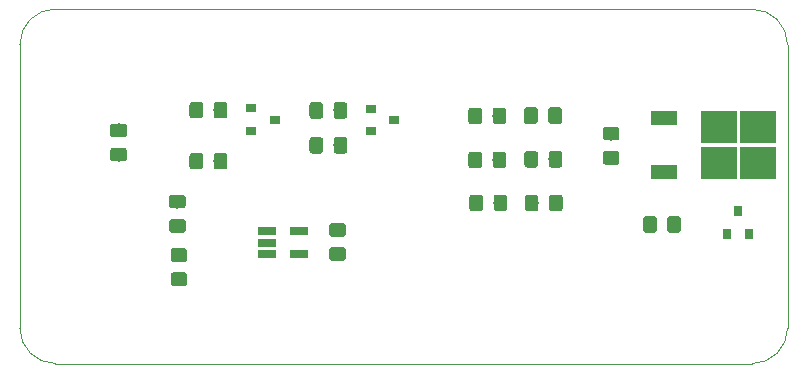
<source format=gbr>
G04 #@! TF.GenerationSoftware,KiCad,Pcbnew,(5.1.4)-1*
G04 #@! TF.CreationDate,2021-07-13T12:31:04-04:00*
G04 #@! TF.ProjectId,RocketPi,526f636b-6574-4506-992e-6b696361645f,rev?*
G04 #@! TF.SameCoordinates,Original*
G04 #@! TF.FileFunction,Paste,Top*
G04 #@! TF.FilePolarity,Positive*
%FSLAX46Y46*%
G04 Gerber Fmt 4.6, Leading zero omitted, Abs format (unit mm)*
G04 Created by KiCad (PCBNEW (5.1.4)-1) date 2021-07-13 12:31:04*
%MOMM*%
%LPD*%
G04 APERTURE LIST*
%ADD10C,0.100000*%
%ADD11C,1.150000*%
%ADD12R,1.560000X0.650000*%
%ADD13R,0.900000X0.800000*%
%ADD14R,3.050000X2.750000*%
%ADD15R,2.200000X1.200000*%
%ADD16R,0.800000X0.900000*%
G04 APERTURE END LIST*
D10*
X68046600Y-42164000D02*
G75*
G03X65049400Y-45161200I0J-2997200D01*
G01*
X127052600Y-72178400D02*
G75*
G03X130052600Y-69178400I0J3000000D01*
G01*
X130052600Y-45178400D02*
G75*
G03X127052600Y-42178400I-3000000J0D01*
G01*
X65052600Y-69178400D02*
G75*
G03X68052600Y-72178400I3000000J0D01*
G01*
X68046600Y-42164000D02*
X127052600Y-42178400D01*
X65049400Y-45161200D02*
X65052600Y-69178400D01*
X68052600Y-72178400D02*
X127052600Y-72178400D01*
X130052600Y-45178400D02*
X130052600Y-69178400D01*
G36*
X108728105Y-57886604D02*
G01*
X108752373Y-57890204D01*
X108776172Y-57896165D01*
X108799271Y-57904430D01*
X108821450Y-57914920D01*
X108842493Y-57927532D01*
X108862199Y-57942147D01*
X108880377Y-57958623D01*
X108896853Y-57976801D01*
X108911468Y-57996507D01*
X108924080Y-58017550D01*
X108934570Y-58039729D01*
X108942835Y-58062828D01*
X108948796Y-58086627D01*
X108952396Y-58110895D01*
X108953600Y-58135399D01*
X108953600Y-59035401D01*
X108952396Y-59059905D01*
X108948796Y-59084173D01*
X108942835Y-59107972D01*
X108934570Y-59131071D01*
X108924080Y-59153250D01*
X108911468Y-59174293D01*
X108896853Y-59193999D01*
X108880377Y-59212177D01*
X108862199Y-59228653D01*
X108842493Y-59243268D01*
X108821450Y-59255880D01*
X108799271Y-59266370D01*
X108776172Y-59274635D01*
X108752373Y-59280596D01*
X108728105Y-59284196D01*
X108703601Y-59285400D01*
X108053599Y-59285400D01*
X108029095Y-59284196D01*
X108004827Y-59280596D01*
X107981028Y-59274635D01*
X107957929Y-59266370D01*
X107935750Y-59255880D01*
X107914707Y-59243268D01*
X107895001Y-59228653D01*
X107876823Y-59212177D01*
X107860347Y-59193999D01*
X107845732Y-59174293D01*
X107833120Y-59153250D01*
X107822630Y-59131071D01*
X107814365Y-59107972D01*
X107808404Y-59084173D01*
X107804804Y-59059905D01*
X107803600Y-59035401D01*
X107803600Y-58135399D01*
X107804804Y-58110895D01*
X107808404Y-58086627D01*
X107814365Y-58062828D01*
X107822630Y-58039729D01*
X107833120Y-58017550D01*
X107845732Y-57996507D01*
X107860347Y-57976801D01*
X107876823Y-57958623D01*
X107895001Y-57942147D01*
X107914707Y-57927532D01*
X107935750Y-57914920D01*
X107957929Y-57904430D01*
X107981028Y-57896165D01*
X108004827Y-57890204D01*
X108029095Y-57886604D01*
X108053599Y-57885400D01*
X108703601Y-57885400D01*
X108728105Y-57886604D01*
X108728105Y-57886604D01*
G37*
D11*
X108378600Y-58585400D03*
D10*
G36*
X110778105Y-57886604D02*
G01*
X110802373Y-57890204D01*
X110826172Y-57896165D01*
X110849271Y-57904430D01*
X110871450Y-57914920D01*
X110892493Y-57927532D01*
X110912199Y-57942147D01*
X110930377Y-57958623D01*
X110946853Y-57976801D01*
X110961468Y-57996507D01*
X110974080Y-58017550D01*
X110984570Y-58039729D01*
X110992835Y-58062828D01*
X110998796Y-58086627D01*
X111002396Y-58110895D01*
X111003600Y-58135399D01*
X111003600Y-59035401D01*
X111002396Y-59059905D01*
X110998796Y-59084173D01*
X110992835Y-59107972D01*
X110984570Y-59131071D01*
X110974080Y-59153250D01*
X110961468Y-59174293D01*
X110946853Y-59193999D01*
X110930377Y-59212177D01*
X110912199Y-59228653D01*
X110892493Y-59243268D01*
X110871450Y-59255880D01*
X110849271Y-59266370D01*
X110826172Y-59274635D01*
X110802373Y-59280596D01*
X110778105Y-59284196D01*
X110753601Y-59285400D01*
X110103599Y-59285400D01*
X110079095Y-59284196D01*
X110054827Y-59280596D01*
X110031028Y-59274635D01*
X110007929Y-59266370D01*
X109985750Y-59255880D01*
X109964707Y-59243268D01*
X109945001Y-59228653D01*
X109926823Y-59212177D01*
X109910347Y-59193999D01*
X109895732Y-59174293D01*
X109883120Y-59153250D01*
X109872630Y-59131071D01*
X109864365Y-59107972D01*
X109858404Y-59084173D01*
X109854804Y-59059905D01*
X109853600Y-59035401D01*
X109853600Y-58135399D01*
X109854804Y-58110895D01*
X109858404Y-58086627D01*
X109864365Y-58062828D01*
X109872630Y-58039729D01*
X109883120Y-58017550D01*
X109895732Y-57996507D01*
X109910347Y-57976801D01*
X109926823Y-57958623D01*
X109945001Y-57942147D01*
X109964707Y-57927532D01*
X109985750Y-57914920D01*
X110007929Y-57904430D01*
X110031028Y-57896165D01*
X110054827Y-57890204D01*
X110079095Y-57886604D01*
X110103599Y-57885400D01*
X110753601Y-57885400D01*
X110778105Y-57886604D01*
X110778105Y-57886604D01*
G37*
D11*
X110428600Y-58585400D03*
D10*
G36*
X105997105Y-50507604D02*
G01*
X106021373Y-50511204D01*
X106045172Y-50517165D01*
X106068271Y-50525430D01*
X106090450Y-50535920D01*
X106111493Y-50548532D01*
X106131199Y-50563147D01*
X106149377Y-50579623D01*
X106165853Y-50597801D01*
X106180468Y-50617507D01*
X106193080Y-50638550D01*
X106203570Y-50660729D01*
X106211835Y-50683828D01*
X106217796Y-50707627D01*
X106221396Y-50731895D01*
X106222600Y-50756399D01*
X106222600Y-51656401D01*
X106221396Y-51680905D01*
X106217796Y-51705173D01*
X106211835Y-51728972D01*
X106203570Y-51752071D01*
X106193080Y-51774250D01*
X106180468Y-51795293D01*
X106165853Y-51814999D01*
X106149377Y-51833177D01*
X106131199Y-51849653D01*
X106111493Y-51864268D01*
X106090450Y-51876880D01*
X106068271Y-51887370D01*
X106045172Y-51895635D01*
X106021373Y-51901596D01*
X105997105Y-51905196D01*
X105972601Y-51906400D01*
X105322599Y-51906400D01*
X105298095Y-51905196D01*
X105273827Y-51901596D01*
X105250028Y-51895635D01*
X105226929Y-51887370D01*
X105204750Y-51876880D01*
X105183707Y-51864268D01*
X105164001Y-51849653D01*
X105145823Y-51833177D01*
X105129347Y-51814999D01*
X105114732Y-51795293D01*
X105102120Y-51774250D01*
X105091630Y-51752071D01*
X105083365Y-51728972D01*
X105077404Y-51705173D01*
X105073804Y-51680905D01*
X105072600Y-51656401D01*
X105072600Y-50756399D01*
X105073804Y-50731895D01*
X105077404Y-50707627D01*
X105083365Y-50683828D01*
X105091630Y-50660729D01*
X105102120Y-50638550D01*
X105114732Y-50617507D01*
X105129347Y-50597801D01*
X105145823Y-50579623D01*
X105164001Y-50563147D01*
X105183707Y-50548532D01*
X105204750Y-50535920D01*
X105226929Y-50525430D01*
X105250028Y-50517165D01*
X105273827Y-50511204D01*
X105298095Y-50507604D01*
X105322599Y-50506400D01*
X105972601Y-50506400D01*
X105997105Y-50507604D01*
X105997105Y-50507604D01*
G37*
D11*
X105647600Y-51206400D03*
D10*
G36*
X103947105Y-50507604D02*
G01*
X103971373Y-50511204D01*
X103995172Y-50517165D01*
X104018271Y-50525430D01*
X104040450Y-50535920D01*
X104061493Y-50548532D01*
X104081199Y-50563147D01*
X104099377Y-50579623D01*
X104115853Y-50597801D01*
X104130468Y-50617507D01*
X104143080Y-50638550D01*
X104153570Y-50660729D01*
X104161835Y-50683828D01*
X104167796Y-50707627D01*
X104171396Y-50731895D01*
X104172600Y-50756399D01*
X104172600Y-51656401D01*
X104171396Y-51680905D01*
X104167796Y-51705173D01*
X104161835Y-51728972D01*
X104153570Y-51752071D01*
X104143080Y-51774250D01*
X104130468Y-51795293D01*
X104115853Y-51814999D01*
X104099377Y-51833177D01*
X104081199Y-51849653D01*
X104061493Y-51864268D01*
X104040450Y-51876880D01*
X104018271Y-51887370D01*
X103995172Y-51895635D01*
X103971373Y-51901596D01*
X103947105Y-51905196D01*
X103922601Y-51906400D01*
X103272599Y-51906400D01*
X103248095Y-51905196D01*
X103223827Y-51901596D01*
X103200028Y-51895635D01*
X103176929Y-51887370D01*
X103154750Y-51876880D01*
X103133707Y-51864268D01*
X103114001Y-51849653D01*
X103095823Y-51833177D01*
X103079347Y-51814999D01*
X103064732Y-51795293D01*
X103052120Y-51774250D01*
X103041630Y-51752071D01*
X103033365Y-51728972D01*
X103027404Y-51705173D01*
X103023804Y-51680905D01*
X103022600Y-51656401D01*
X103022600Y-50756399D01*
X103023804Y-50731895D01*
X103027404Y-50707627D01*
X103033365Y-50683828D01*
X103041630Y-50660729D01*
X103052120Y-50638550D01*
X103064732Y-50617507D01*
X103079347Y-50597801D01*
X103095823Y-50579623D01*
X103114001Y-50563147D01*
X103133707Y-50548532D01*
X103154750Y-50535920D01*
X103176929Y-50525430D01*
X103200028Y-50517165D01*
X103223827Y-50511204D01*
X103248095Y-50507604D01*
X103272599Y-50506400D01*
X103922601Y-50506400D01*
X103947105Y-50507604D01*
X103947105Y-50507604D01*
G37*
D11*
X103597600Y-51206400D03*
D10*
G36*
X103951905Y-54235604D02*
G01*
X103976173Y-54239204D01*
X103999972Y-54245165D01*
X104023071Y-54253430D01*
X104045250Y-54263920D01*
X104066293Y-54276532D01*
X104085999Y-54291147D01*
X104104177Y-54307623D01*
X104120653Y-54325801D01*
X104135268Y-54345507D01*
X104147880Y-54366550D01*
X104158370Y-54388729D01*
X104166635Y-54411828D01*
X104172596Y-54435627D01*
X104176196Y-54459895D01*
X104177400Y-54484399D01*
X104177400Y-55384401D01*
X104176196Y-55408905D01*
X104172596Y-55433173D01*
X104166635Y-55456972D01*
X104158370Y-55480071D01*
X104147880Y-55502250D01*
X104135268Y-55523293D01*
X104120653Y-55542999D01*
X104104177Y-55561177D01*
X104085999Y-55577653D01*
X104066293Y-55592268D01*
X104045250Y-55604880D01*
X104023071Y-55615370D01*
X103999972Y-55623635D01*
X103976173Y-55629596D01*
X103951905Y-55633196D01*
X103927401Y-55634400D01*
X103277399Y-55634400D01*
X103252895Y-55633196D01*
X103228627Y-55629596D01*
X103204828Y-55623635D01*
X103181729Y-55615370D01*
X103159550Y-55604880D01*
X103138507Y-55592268D01*
X103118801Y-55577653D01*
X103100623Y-55561177D01*
X103084147Y-55542999D01*
X103069532Y-55523293D01*
X103056920Y-55502250D01*
X103046430Y-55480071D01*
X103038165Y-55456972D01*
X103032204Y-55433173D01*
X103028604Y-55408905D01*
X103027400Y-55384401D01*
X103027400Y-54484399D01*
X103028604Y-54459895D01*
X103032204Y-54435627D01*
X103038165Y-54411828D01*
X103046430Y-54388729D01*
X103056920Y-54366550D01*
X103069532Y-54345507D01*
X103084147Y-54325801D01*
X103100623Y-54307623D01*
X103118801Y-54291147D01*
X103138507Y-54276532D01*
X103159550Y-54263920D01*
X103181729Y-54253430D01*
X103204828Y-54245165D01*
X103228627Y-54239204D01*
X103252895Y-54235604D01*
X103277399Y-54234400D01*
X103927401Y-54234400D01*
X103951905Y-54235604D01*
X103951905Y-54235604D01*
G37*
D11*
X103602400Y-54934400D03*
D10*
G36*
X106001905Y-54235604D02*
G01*
X106026173Y-54239204D01*
X106049972Y-54245165D01*
X106073071Y-54253430D01*
X106095250Y-54263920D01*
X106116293Y-54276532D01*
X106135999Y-54291147D01*
X106154177Y-54307623D01*
X106170653Y-54325801D01*
X106185268Y-54345507D01*
X106197880Y-54366550D01*
X106208370Y-54388729D01*
X106216635Y-54411828D01*
X106222596Y-54435627D01*
X106226196Y-54459895D01*
X106227400Y-54484399D01*
X106227400Y-55384401D01*
X106226196Y-55408905D01*
X106222596Y-55433173D01*
X106216635Y-55456972D01*
X106208370Y-55480071D01*
X106197880Y-55502250D01*
X106185268Y-55523293D01*
X106170653Y-55542999D01*
X106154177Y-55561177D01*
X106135999Y-55577653D01*
X106116293Y-55592268D01*
X106095250Y-55604880D01*
X106073071Y-55615370D01*
X106049972Y-55623635D01*
X106026173Y-55629596D01*
X106001905Y-55633196D01*
X105977401Y-55634400D01*
X105327399Y-55634400D01*
X105302895Y-55633196D01*
X105278627Y-55629596D01*
X105254828Y-55623635D01*
X105231729Y-55615370D01*
X105209550Y-55604880D01*
X105188507Y-55592268D01*
X105168801Y-55577653D01*
X105150623Y-55561177D01*
X105134147Y-55542999D01*
X105119532Y-55523293D01*
X105106920Y-55502250D01*
X105096430Y-55480071D01*
X105088165Y-55456972D01*
X105082204Y-55433173D01*
X105078604Y-55408905D01*
X105077400Y-55384401D01*
X105077400Y-54484399D01*
X105078604Y-54459895D01*
X105082204Y-54435627D01*
X105088165Y-54411828D01*
X105096430Y-54388729D01*
X105106920Y-54366550D01*
X105119532Y-54345507D01*
X105134147Y-54325801D01*
X105150623Y-54307623D01*
X105168801Y-54291147D01*
X105188507Y-54276532D01*
X105209550Y-54263920D01*
X105231729Y-54253430D01*
X105254828Y-54245165D01*
X105278627Y-54239204D01*
X105302895Y-54235604D01*
X105327399Y-54234400D01*
X105977401Y-54234400D01*
X106001905Y-54235604D01*
X106001905Y-54235604D01*
G37*
D11*
X105652400Y-54934400D03*
D10*
G36*
X108671505Y-50490204D02*
G01*
X108695773Y-50493804D01*
X108719572Y-50499765D01*
X108742671Y-50508030D01*
X108764850Y-50518520D01*
X108785893Y-50531132D01*
X108805599Y-50545747D01*
X108823777Y-50562223D01*
X108840253Y-50580401D01*
X108854868Y-50600107D01*
X108867480Y-50621150D01*
X108877970Y-50643329D01*
X108886235Y-50666428D01*
X108892196Y-50690227D01*
X108895796Y-50714495D01*
X108897000Y-50738999D01*
X108897000Y-51639001D01*
X108895796Y-51663505D01*
X108892196Y-51687773D01*
X108886235Y-51711572D01*
X108877970Y-51734671D01*
X108867480Y-51756850D01*
X108854868Y-51777893D01*
X108840253Y-51797599D01*
X108823777Y-51815777D01*
X108805599Y-51832253D01*
X108785893Y-51846868D01*
X108764850Y-51859480D01*
X108742671Y-51869970D01*
X108719572Y-51878235D01*
X108695773Y-51884196D01*
X108671505Y-51887796D01*
X108647001Y-51889000D01*
X107996999Y-51889000D01*
X107972495Y-51887796D01*
X107948227Y-51884196D01*
X107924428Y-51878235D01*
X107901329Y-51869970D01*
X107879150Y-51859480D01*
X107858107Y-51846868D01*
X107838401Y-51832253D01*
X107820223Y-51815777D01*
X107803747Y-51797599D01*
X107789132Y-51777893D01*
X107776520Y-51756850D01*
X107766030Y-51734671D01*
X107757765Y-51711572D01*
X107751804Y-51687773D01*
X107748204Y-51663505D01*
X107747000Y-51639001D01*
X107747000Y-50738999D01*
X107748204Y-50714495D01*
X107751804Y-50690227D01*
X107757765Y-50666428D01*
X107766030Y-50643329D01*
X107776520Y-50621150D01*
X107789132Y-50600107D01*
X107803747Y-50580401D01*
X107820223Y-50562223D01*
X107838401Y-50545747D01*
X107858107Y-50531132D01*
X107879150Y-50518520D01*
X107901329Y-50508030D01*
X107924428Y-50499765D01*
X107948227Y-50493804D01*
X107972495Y-50490204D01*
X107996999Y-50489000D01*
X108647001Y-50489000D01*
X108671505Y-50490204D01*
X108671505Y-50490204D01*
G37*
D11*
X108322000Y-51189000D03*
D10*
G36*
X110721505Y-50490204D02*
G01*
X110745773Y-50493804D01*
X110769572Y-50499765D01*
X110792671Y-50508030D01*
X110814850Y-50518520D01*
X110835893Y-50531132D01*
X110855599Y-50545747D01*
X110873777Y-50562223D01*
X110890253Y-50580401D01*
X110904868Y-50600107D01*
X110917480Y-50621150D01*
X110927970Y-50643329D01*
X110936235Y-50666428D01*
X110942196Y-50690227D01*
X110945796Y-50714495D01*
X110947000Y-50738999D01*
X110947000Y-51639001D01*
X110945796Y-51663505D01*
X110942196Y-51687773D01*
X110936235Y-51711572D01*
X110927970Y-51734671D01*
X110917480Y-51756850D01*
X110904868Y-51777893D01*
X110890253Y-51797599D01*
X110873777Y-51815777D01*
X110855599Y-51832253D01*
X110835893Y-51846868D01*
X110814850Y-51859480D01*
X110792671Y-51869970D01*
X110769572Y-51878235D01*
X110745773Y-51884196D01*
X110721505Y-51887796D01*
X110697001Y-51889000D01*
X110046999Y-51889000D01*
X110022495Y-51887796D01*
X109998227Y-51884196D01*
X109974428Y-51878235D01*
X109951329Y-51869970D01*
X109929150Y-51859480D01*
X109908107Y-51846868D01*
X109888401Y-51832253D01*
X109870223Y-51815777D01*
X109853747Y-51797599D01*
X109839132Y-51777893D01*
X109826520Y-51756850D01*
X109816030Y-51734671D01*
X109807765Y-51711572D01*
X109801804Y-51687773D01*
X109798204Y-51663505D01*
X109797000Y-51639001D01*
X109797000Y-50738999D01*
X109798204Y-50714495D01*
X109801804Y-50690227D01*
X109807765Y-50666428D01*
X109816030Y-50643329D01*
X109826520Y-50621150D01*
X109839132Y-50600107D01*
X109853747Y-50580401D01*
X109870223Y-50562223D01*
X109888401Y-50545747D01*
X109908107Y-50531132D01*
X109929150Y-50518520D01*
X109951329Y-50508030D01*
X109974428Y-50499765D01*
X109998227Y-50493804D01*
X110022495Y-50490204D01*
X110046999Y-50489000D01*
X110697001Y-50489000D01*
X110721505Y-50490204D01*
X110721505Y-50490204D01*
G37*
D11*
X110372000Y-51189000D03*
D10*
G36*
X108696905Y-54190604D02*
G01*
X108721173Y-54194204D01*
X108744972Y-54200165D01*
X108768071Y-54208430D01*
X108790250Y-54218920D01*
X108811293Y-54231532D01*
X108830999Y-54246147D01*
X108849177Y-54262623D01*
X108865653Y-54280801D01*
X108880268Y-54300507D01*
X108892880Y-54321550D01*
X108903370Y-54343729D01*
X108911635Y-54366828D01*
X108917596Y-54390627D01*
X108921196Y-54414895D01*
X108922400Y-54439399D01*
X108922400Y-55339401D01*
X108921196Y-55363905D01*
X108917596Y-55388173D01*
X108911635Y-55411972D01*
X108903370Y-55435071D01*
X108892880Y-55457250D01*
X108880268Y-55478293D01*
X108865653Y-55497999D01*
X108849177Y-55516177D01*
X108830999Y-55532653D01*
X108811293Y-55547268D01*
X108790250Y-55559880D01*
X108768071Y-55570370D01*
X108744972Y-55578635D01*
X108721173Y-55584596D01*
X108696905Y-55588196D01*
X108672401Y-55589400D01*
X108022399Y-55589400D01*
X107997895Y-55588196D01*
X107973627Y-55584596D01*
X107949828Y-55578635D01*
X107926729Y-55570370D01*
X107904550Y-55559880D01*
X107883507Y-55547268D01*
X107863801Y-55532653D01*
X107845623Y-55516177D01*
X107829147Y-55497999D01*
X107814532Y-55478293D01*
X107801920Y-55457250D01*
X107791430Y-55435071D01*
X107783165Y-55411972D01*
X107777204Y-55388173D01*
X107773604Y-55363905D01*
X107772400Y-55339401D01*
X107772400Y-54439399D01*
X107773604Y-54414895D01*
X107777204Y-54390627D01*
X107783165Y-54366828D01*
X107791430Y-54343729D01*
X107801920Y-54321550D01*
X107814532Y-54300507D01*
X107829147Y-54280801D01*
X107845623Y-54262623D01*
X107863801Y-54246147D01*
X107883507Y-54231532D01*
X107904550Y-54218920D01*
X107926729Y-54208430D01*
X107949828Y-54200165D01*
X107973627Y-54194204D01*
X107997895Y-54190604D01*
X108022399Y-54189400D01*
X108672401Y-54189400D01*
X108696905Y-54190604D01*
X108696905Y-54190604D01*
G37*
D11*
X108347400Y-54889400D03*
D10*
G36*
X110746905Y-54190604D02*
G01*
X110771173Y-54194204D01*
X110794972Y-54200165D01*
X110818071Y-54208430D01*
X110840250Y-54218920D01*
X110861293Y-54231532D01*
X110880999Y-54246147D01*
X110899177Y-54262623D01*
X110915653Y-54280801D01*
X110930268Y-54300507D01*
X110942880Y-54321550D01*
X110953370Y-54343729D01*
X110961635Y-54366828D01*
X110967596Y-54390627D01*
X110971196Y-54414895D01*
X110972400Y-54439399D01*
X110972400Y-55339401D01*
X110971196Y-55363905D01*
X110967596Y-55388173D01*
X110961635Y-55411972D01*
X110953370Y-55435071D01*
X110942880Y-55457250D01*
X110930268Y-55478293D01*
X110915653Y-55497999D01*
X110899177Y-55516177D01*
X110880999Y-55532653D01*
X110861293Y-55547268D01*
X110840250Y-55559880D01*
X110818071Y-55570370D01*
X110794972Y-55578635D01*
X110771173Y-55584596D01*
X110746905Y-55588196D01*
X110722401Y-55589400D01*
X110072399Y-55589400D01*
X110047895Y-55588196D01*
X110023627Y-55584596D01*
X109999828Y-55578635D01*
X109976729Y-55570370D01*
X109954550Y-55559880D01*
X109933507Y-55547268D01*
X109913801Y-55532653D01*
X109895623Y-55516177D01*
X109879147Y-55497999D01*
X109864532Y-55478293D01*
X109851920Y-55457250D01*
X109841430Y-55435071D01*
X109833165Y-55411972D01*
X109827204Y-55388173D01*
X109823604Y-55363905D01*
X109822400Y-55339401D01*
X109822400Y-54439399D01*
X109823604Y-54414895D01*
X109827204Y-54390627D01*
X109833165Y-54366828D01*
X109841430Y-54343729D01*
X109851920Y-54321550D01*
X109864532Y-54300507D01*
X109879147Y-54280801D01*
X109895623Y-54262623D01*
X109913801Y-54246147D01*
X109933507Y-54231532D01*
X109954550Y-54218920D01*
X109976729Y-54208430D01*
X109999828Y-54200165D01*
X110023627Y-54194204D01*
X110047895Y-54190604D01*
X110072399Y-54189400D01*
X110722401Y-54189400D01*
X110746905Y-54190604D01*
X110746905Y-54190604D01*
G37*
D11*
X110397400Y-54889400D03*
D12*
X88675200Y-61000600D03*
X88675200Y-62900600D03*
X85975200Y-62900600D03*
X85975200Y-61950600D03*
X85975200Y-61000600D03*
D10*
G36*
X82388705Y-54343004D02*
G01*
X82412973Y-54346604D01*
X82436772Y-54352565D01*
X82459871Y-54360830D01*
X82482050Y-54371320D01*
X82503093Y-54383932D01*
X82522799Y-54398547D01*
X82540977Y-54415023D01*
X82557453Y-54433201D01*
X82572068Y-54452907D01*
X82584680Y-54473950D01*
X82595170Y-54496129D01*
X82603435Y-54519228D01*
X82609396Y-54543027D01*
X82612996Y-54567295D01*
X82614200Y-54591799D01*
X82614200Y-55491801D01*
X82612996Y-55516305D01*
X82609396Y-55540573D01*
X82603435Y-55564372D01*
X82595170Y-55587471D01*
X82584680Y-55609650D01*
X82572068Y-55630693D01*
X82557453Y-55650399D01*
X82540977Y-55668577D01*
X82522799Y-55685053D01*
X82503093Y-55699668D01*
X82482050Y-55712280D01*
X82459871Y-55722770D01*
X82436772Y-55731035D01*
X82412973Y-55736996D01*
X82388705Y-55740596D01*
X82364201Y-55741800D01*
X81714199Y-55741800D01*
X81689695Y-55740596D01*
X81665427Y-55736996D01*
X81641628Y-55731035D01*
X81618529Y-55722770D01*
X81596350Y-55712280D01*
X81575307Y-55699668D01*
X81555601Y-55685053D01*
X81537423Y-55668577D01*
X81520947Y-55650399D01*
X81506332Y-55630693D01*
X81493720Y-55609650D01*
X81483230Y-55587471D01*
X81474965Y-55564372D01*
X81469004Y-55540573D01*
X81465404Y-55516305D01*
X81464200Y-55491801D01*
X81464200Y-54591799D01*
X81465404Y-54567295D01*
X81469004Y-54543027D01*
X81474965Y-54519228D01*
X81483230Y-54496129D01*
X81493720Y-54473950D01*
X81506332Y-54452907D01*
X81520947Y-54433201D01*
X81537423Y-54415023D01*
X81555601Y-54398547D01*
X81575307Y-54383932D01*
X81596350Y-54371320D01*
X81618529Y-54360830D01*
X81641628Y-54352565D01*
X81665427Y-54346604D01*
X81689695Y-54343004D01*
X81714199Y-54341800D01*
X82364201Y-54341800D01*
X82388705Y-54343004D01*
X82388705Y-54343004D01*
G37*
D11*
X82039200Y-55041800D03*
D10*
G36*
X80338705Y-54343004D02*
G01*
X80362973Y-54346604D01*
X80386772Y-54352565D01*
X80409871Y-54360830D01*
X80432050Y-54371320D01*
X80453093Y-54383932D01*
X80472799Y-54398547D01*
X80490977Y-54415023D01*
X80507453Y-54433201D01*
X80522068Y-54452907D01*
X80534680Y-54473950D01*
X80545170Y-54496129D01*
X80553435Y-54519228D01*
X80559396Y-54543027D01*
X80562996Y-54567295D01*
X80564200Y-54591799D01*
X80564200Y-55491801D01*
X80562996Y-55516305D01*
X80559396Y-55540573D01*
X80553435Y-55564372D01*
X80545170Y-55587471D01*
X80534680Y-55609650D01*
X80522068Y-55630693D01*
X80507453Y-55650399D01*
X80490977Y-55668577D01*
X80472799Y-55685053D01*
X80453093Y-55699668D01*
X80432050Y-55712280D01*
X80409871Y-55722770D01*
X80386772Y-55731035D01*
X80362973Y-55736996D01*
X80338705Y-55740596D01*
X80314201Y-55741800D01*
X79664199Y-55741800D01*
X79639695Y-55740596D01*
X79615427Y-55736996D01*
X79591628Y-55731035D01*
X79568529Y-55722770D01*
X79546350Y-55712280D01*
X79525307Y-55699668D01*
X79505601Y-55685053D01*
X79487423Y-55668577D01*
X79470947Y-55650399D01*
X79456332Y-55630693D01*
X79443720Y-55609650D01*
X79433230Y-55587471D01*
X79424965Y-55564372D01*
X79419004Y-55540573D01*
X79415404Y-55516305D01*
X79414200Y-55491801D01*
X79414200Y-54591799D01*
X79415404Y-54567295D01*
X79419004Y-54543027D01*
X79424965Y-54519228D01*
X79433230Y-54496129D01*
X79443720Y-54473950D01*
X79456332Y-54452907D01*
X79470947Y-54433201D01*
X79487423Y-54415023D01*
X79505601Y-54398547D01*
X79525307Y-54383932D01*
X79546350Y-54371320D01*
X79568529Y-54360830D01*
X79591628Y-54352565D01*
X79615427Y-54346604D01*
X79639695Y-54343004D01*
X79664199Y-54341800D01*
X80314201Y-54341800D01*
X80338705Y-54343004D01*
X80338705Y-54343004D01*
G37*
D11*
X79989200Y-55041800D03*
D10*
G36*
X82388705Y-50031004D02*
G01*
X82412973Y-50034604D01*
X82436772Y-50040565D01*
X82459871Y-50048830D01*
X82482050Y-50059320D01*
X82503093Y-50071932D01*
X82522799Y-50086547D01*
X82540977Y-50103023D01*
X82557453Y-50121201D01*
X82572068Y-50140907D01*
X82584680Y-50161950D01*
X82595170Y-50184129D01*
X82603435Y-50207228D01*
X82609396Y-50231027D01*
X82612996Y-50255295D01*
X82614200Y-50279799D01*
X82614200Y-51179801D01*
X82612996Y-51204305D01*
X82609396Y-51228573D01*
X82603435Y-51252372D01*
X82595170Y-51275471D01*
X82584680Y-51297650D01*
X82572068Y-51318693D01*
X82557453Y-51338399D01*
X82540977Y-51356577D01*
X82522799Y-51373053D01*
X82503093Y-51387668D01*
X82482050Y-51400280D01*
X82459871Y-51410770D01*
X82436772Y-51419035D01*
X82412973Y-51424996D01*
X82388705Y-51428596D01*
X82364201Y-51429800D01*
X81714199Y-51429800D01*
X81689695Y-51428596D01*
X81665427Y-51424996D01*
X81641628Y-51419035D01*
X81618529Y-51410770D01*
X81596350Y-51400280D01*
X81575307Y-51387668D01*
X81555601Y-51373053D01*
X81537423Y-51356577D01*
X81520947Y-51338399D01*
X81506332Y-51318693D01*
X81493720Y-51297650D01*
X81483230Y-51275471D01*
X81474965Y-51252372D01*
X81469004Y-51228573D01*
X81465404Y-51204305D01*
X81464200Y-51179801D01*
X81464200Y-50279799D01*
X81465404Y-50255295D01*
X81469004Y-50231027D01*
X81474965Y-50207228D01*
X81483230Y-50184129D01*
X81493720Y-50161950D01*
X81506332Y-50140907D01*
X81520947Y-50121201D01*
X81537423Y-50103023D01*
X81555601Y-50086547D01*
X81575307Y-50071932D01*
X81596350Y-50059320D01*
X81618529Y-50048830D01*
X81641628Y-50040565D01*
X81665427Y-50034604D01*
X81689695Y-50031004D01*
X81714199Y-50029800D01*
X82364201Y-50029800D01*
X82388705Y-50031004D01*
X82388705Y-50031004D01*
G37*
D11*
X82039200Y-50729800D03*
D10*
G36*
X80338705Y-50031004D02*
G01*
X80362973Y-50034604D01*
X80386772Y-50040565D01*
X80409871Y-50048830D01*
X80432050Y-50059320D01*
X80453093Y-50071932D01*
X80472799Y-50086547D01*
X80490977Y-50103023D01*
X80507453Y-50121201D01*
X80522068Y-50140907D01*
X80534680Y-50161950D01*
X80545170Y-50184129D01*
X80553435Y-50207228D01*
X80559396Y-50231027D01*
X80562996Y-50255295D01*
X80564200Y-50279799D01*
X80564200Y-51179801D01*
X80562996Y-51204305D01*
X80559396Y-51228573D01*
X80553435Y-51252372D01*
X80545170Y-51275471D01*
X80534680Y-51297650D01*
X80522068Y-51318693D01*
X80507453Y-51338399D01*
X80490977Y-51356577D01*
X80472799Y-51373053D01*
X80453093Y-51387668D01*
X80432050Y-51400280D01*
X80409871Y-51410770D01*
X80386772Y-51419035D01*
X80362973Y-51424996D01*
X80338705Y-51428596D01*
X80314201Y-51429800D01*
X79664199Y-51429800D01*
X79639695Y-51428596D01*
X79615427Y-51424996D01*
X79591628Y-51419035D01*
X79568529Y-51410770D01*
X79546350Y-51400280D01*
X79525307Y-51387668D01*
X79505601Y-51373053D01*
X79487423Y-51356577D01*
X79470947Y-51338399D01*
X79456332Y-51318693D01*
X79443720Y-51297650D01*
X79433230Y-51275471D01*
X79424965Y-51252372D01*
X79419004Y-51228573D01*
X79415404Y-51204305D01*
X79414200Y-51179801D01*
X79414200Y-50279799D01*
X79415404Y-50255295D01*
X79419004Y-50231027D01*
X79424965Y-50207228D01*
X79433230Y-50184129D01*
X79443720Y-50161950D01*
X79456332Y-50140907D01*
X79470947Y-50121201D01*
X79487423Y-50103023D01*
X79505601Y-50086547D01*
X79525307Y-50071932D01*
X79546350Y-50059320D01*
X79568529Y-50048830D01*
X79591628Y-50040565D01*
X79615427Y-50034604D01*
X79639695Y-50031004D01*
X79664199Y-50029800D01*
X80314201Y-50029800D01*
X80338705Y-50031004D01*
X80338705Y-50031004D01*
G37*
D11*
X79989200Y-50729800D03*
D10*
G36*
X92546505Y-53004404D02*
G01*
X92570773Y-53008004D01*
X92594572Y-53013965D01*
X92617671Y-53022230D01*
X92639850Y-53032720D01*
X92660893Y-53045332D01*
X92680599Y-53059947D01*
X92698777Y-53076423D01*
X92715253Y-53094601D01*
X92729868Y-53114307D01*
X92742480Y-53135350D01*
X92752970Y-53157529D01*
X92761235Y-53180628D01*
X92767196Y-53204427D01*
X92770796Y-53228695D01*
X92772000Y-53253199D01*
X92772000Y-54153201D01*
X92770796Y-54177705D01*
X92767196Y-54201973D01*
X92761235Y-54225772D01*
X92752970Y-54248871D01*
X92742480Y-54271050D01*
X92729868Y-54292093D01*
X92715253Y-54311799D01*
X92698777Y-54329977D01*
X92680599Y-54346453D01*
X92660893Y-54361068D01*
X92639850Y-54373680D01*
X92617671Y-54384170D01*
X92594572Y-54392435D01*
X92570773Y-54398396D01*
X92546505Y-54401996D01*
X92522001Y-54403200D01*
X91871999Y-54403200D01*
X91847495Y-54401996D01*
X91823227Y-54398396D01*
X91799428Y-54392435D01*
X91776329Y-54384170D01*
X91754150Y-54373680D01*
X91733107Y-54361068D01*
X91713401Y-54346453D01*
X91695223Y-54329977D01*
X91678747Y-54311799D01*
X91664132Y-54292093D01*
X91651520Y-54271050D01*
X91641030Y-54248871D01*
X91632765Y-54225772D01*
X91626804Y-54201973D01*
X91623204Y-54177705D01*
X91622000Y-54153201D01*
X91622000Y-53253199D01*
X91623204Y-53228695D01*
X91626804Y-53204427D01*
X91632765Y-53180628D01*
X91641030Y-53157529D01*
X91651520Y-53135350D01*
X91664132Y-53114307D01*
X91678747Y-53094601D01*
X91695223Y-53076423D01*
X91713401Y-53059947D01*
X91733107Y-53045332D01*
X91754150Y-53032720D01*
X91776329Y-53022230D01*
X91799428Y-53013965D01*
X91823227Y-53008004D01*
X91847495Y-53004404D01*
X91871999Y-53003200D01*
X92522001Y-53003200D01*
X92546505Y-53004404D01*
X92546505Y-53004404D01*
G37*
D11*
X92197000Y-53703200D03*
D10*
G36*
X90496505Y-53004404D02*
G01*
X90520773Y-53008004D01*
X90544572Y-53013965D01*
X90567671Y-53022230D01*
X90589850Y-53032720D01*
X90610893Y-53045332D01*
X90630599Y-53059947D01*
X90648777Y-53076423D01*
X90665253Y-53094601D01*
X90679868Y-53114307D01*
X90692480Y-53135350D01*
X90702970Y-53157529D01*
X90711235Y-53180628D01*
X90717196Y-53204427D01*
X90720796Y-53228695D01*
X90722000Y-53253199D01*
X90722000Y-54153201D01*
X90720796Y-54177705D01*
X90717196Y-54201973D01*
X90711235Y-54225772D01*
X90702970Y-54248871D01*
X90692480Y-54271050D01*
X90679868Y-54292093D01*
X90665253Y-54311799D01*
X90648777Y-54329977D01*
X90630599Y-54346453D01*
X90610893Y-54361068D01*
X90589850Y-54373680D01*
X90567671Y-54384170D01*
X90544572Y-54392435D01*
X90520773Y-54398396D01*
X90496505Y-54401996D01*
X90472001Y-54403200D01*
X89821999Y-54403200D01*
X89797495Y-54401996D01*
X89773227Y-54398396D01*
X89749428Y-54392435D01*
X89726329Y-54384170D01*
X89704150Y-54373680D01*
X89683107Y-54361068D01*
X89663401Y-54346453D01*
X89645223Y-54329977D01*
X89628747Y-54311799D01*
X89614132Y-54292093D01*
X89601520Y-54271050D01*
X89591030Y-54248871D01*
X89582765Y-54225772D01*
X89576804Y-54201973D01*
X89573204Y-54177705D01*
X89572000Y-54153201D01*
X89572000Y-53253199D01*
X89573204Y-53228695D01*
X89576804Y-53204427D01*
X89582765Y-53180628D01*
X89591030Y-53157529D01*
X89601520Y-53135350D01*
X89614132Y-53114307D01*
X89628747Y-53094601D01*
X89645223Y-53076423D01*
X89663401Y-53059947D01*
X89683107Y-53045332D01*
X89704150Y-53032720D01*
X89726329Y-53022230D01*
X89749428Y-53013965D01*
X89773227Y-53008004D01*
X89797495Y-53004404D01*
X89821999Y-53003200D01*
X90472001Y-53003200D01*
X90496505Y-53004404D01*
X90496505Y-53004404D01*
G37*
D11*
X90147000Y-53703200D03*
D10*
G36*
X92546505Y-50054404D02*
G01*
X92570773Y-50058004D01*
X92594572Y-50063965D01*
X92617671Y-50072230D01*
X92639850Y-50082720D01*
X92660893Y-50095332D01*
X92680599Y-50109947D01*
X92698777Y-50126423D01*
X92715253Y-50144601D01*
X92729868Y-50164307D01*
X92742480Y-50185350D01*
X92752970Y-50207529D01*
X92761235Y-50230628D01*
X92767196Y-50254427D01*
X92770796Y-50278695D01*
X92772000Y-50303199D01*
X92772000Y-51203201D01*
X92770796Y-51227705D01*
X92767196Y-51251973D01*
X92761235Y-51275772D01*
X92752970Y-51298871D01*
X92742480Y-51321050D01*
X92729868Y-51342093D01*
X92715253Y-51361799D01*
X92698777Y-51379977D01*
X92680599Y-51396453D01*
X92660893Y-51411068D01*
X92639850Y-51423680D01*
X92617671Y-51434170D01*
X92594572Y-51442435D01*
X92570773Y-51448396D01*
X92546505Y-51451996D01*
X92522001Y-51453200D01*
X91871999Y-51453200D01*
X91847495Y-51451996D01*
X91823227Y-51448396D01*
X91799428Y-51442435D01*
X91776329Y-51434170D01*
X91754150Y-51423680D01*
X91733107Y-51411068D01*
X91713401Y-51396453D01*
X91695223Y-51379977D01*
X91678747Y-51361799D01*
X91664132Y-51342093D01*
X91651520Y-51321050D01*
X91641030Y-51298871D01*
X91632765Y-51275772D01*
X91626804Y-51251973D01*
X91623204Y-51227705D01*
X91622000Y-51203201D01*
X91622000Y-50303199D01*
X91623204Y-50278695D01*
X91626804Y-50254427D01*
X91632765Y-50230628D01*
X91641030Y-50207529D01*
X91651520Y-50185350D01*
X91664132Y-50164307D01*
X91678747Y-50144601D01*
X91695223Y-50126423D01*
X91713401Y-50109947D01*
X91733107Y-50095332D01*
X91754150Y-50082720D01*
X91776329Y-50072230D01*
X91799428Y-50063965D01*
X91823227Y-50058004D01*
X91847495Y-50054404D01*
X91871999Y-50053200D01*
X92522001Y-50053200D01*
X92546505Y-50054404D01*
X92546505Y-50054404D01*
G37*
D11*
X92197000Y-50753200D03*
D10*
G36*
X90496505Y-50054404D02*
G01*
X90520773Y-50058004D01*
X90544572Y-50063965D01*
X90567671Y-50072230D01*
X90589850Y-50082720D01*
X90610893Y-50095332D01*
X90630599Y-50109947D01*
X90648777Y-50126423D01*
X90665253Y-50144601D01*
X90679868Y-50164307D01*
X90692480Y-50185350D01*
X90702970Y-50207529D01*
X90711235Y-50230628D01*
X90717196Y-50254427D01*
X90720796Y-50278695D01*
X90722000Y-50303199D01*
X90722000Y-51203201D01*
X90720796Y-51227705D01*
X90717196Y-51251973D01*
X90711235Y-51275772D01*
X90702970Y-51298871D01*
X90692480Y-51321050D01*
X90679868Y-51342093D01*
X90665253Y-51361799D01*
X90648777Y-51379977D01*
X90630599Y-51396453D01*
X90610893Y-51411068D01*
X90589850Y-51423680D01*
X90567671Y-51434170D01*
X90544572Y-51442435D01*
X90520773Y-51448396D01*
X90496505Y-51451996D01*
X90472001Y-51453200D01*
X89821999Y-51453200D01*
X89797495Y-51451996D01*
X89773227Y-51448396D01*
X89749428Y-51442435D01*
X89726329Y-51434170D01*
X89704150Y-51423680D01*
X89683107Y-51411068D01*
X89663401Y-51396453D01*
X89645223Y-51379977D01*
X89628747Y-51361799D01*
X89614132Y-51342093D01*
X89601520Y-51321050D01*
X89591030Y-51298871D01*
X89582765Y-51275772D01*
X89576804Y-51251973D01*
X89573204Y-51227705D01*
X89572000Y-51203201D01*
X89572000Y-50303199D01*
X89573204Y-50278695D01*
X89576804Y-50254427D01*
X89582765Y-50230628D01*
X89591030Y-50207529D01*
X89601520Y-50185350D01*
X89614132Y-50164307D01*
X89628747Y-50144601D01*
X89645223Y-50126423D01*
X89663401Y-50109947D01*
X89683107Y-50095332D01*
X89704150Y-50082720D01*
X89726329Y-50072230D01*
X89749428Y-50063965D01*
X89773227Y-50058004D01*
X89797495Y-50054404D01*
X89821999Y-50053200D01*
X90472001Y-50053200D01*
X90496505Y-50054404D01*
X90496505Y-50054404D01*
G37*
D11*
X90147000Y-50753200D03*
D10*
G36*
X104032305Y-57873604D02*
G01*
X104056573Y-57877204D01*
X104080372Y-57883165D01*
X104103471Y-57891430D01*
X104125650Y-57901920D01*
X104146693Y-57914532D01*
X104166399Y-57929147D01*
X104184577Y-57945623D01*
X104201053Y-57963801D01*
X104215668Y-57983507D01*
X104228280Y-58004550D01*
X104238770Y-58026729D01*
X104247035Y-58049828D01*
X104252996Y-58073627D01*
X104256596Y-58097895D01*
X104257800Y-58122399D01*
X104257800Y-59022401D01*
X104256596Y-59046905D01*
X104252996Y-59071173D01*
X104247035Y-59094972D01*
X104238770Y-59118071D01*
X104228280Y-59140250D01*
X104215668Y-59161293D01*
X104201053Y-59180999D01*
X104184577Y-59199177D01*
X104166399Y-59215653D01*
X104146693Y-59230268D01*
X104125650Y-59242880D01*
X104103471Y-59253370D01*
X104080372Y-59261635D01*
X104056573Y-59267596D01*
X104032305Y-59271196D01*
X104007801Y-59272400D01*
X103357799Y-59272400D01*
X103333295Y-59271196D01*
X103309027Y-59267596D01*
X103285228Y-59261635D01*
X103262129Y-59253370D01*
X103239950Y-59242880D01*
X103218907Y-59230268D01*
X103199201Y-59215653D01*
X103181023Y-59199177D01*
X103164547Y-59180999D01*
X103149932Y-59161293D01*
X103137320Y-59140250D01*
X103126830Y-59118071D01*
X103118565Y-59094972D01*
X103112604Y-59071173D01*
X103109004Y-59046905D01*
X103107800Y-59022401D01*
X103107800Y-58122399D01*
X103109004Y-58097895D01*
X103112604Y-58073627D01*
X103118565Y-58049828D01*
X103126830Y-58026729D01*
X103137320Y-58004550D01*
X103149932Y-57983507D01*
X103164547Y-57963801D01*
X103181023Y-57945623D01*
X103199201Y-57929147D01*
X103218907Y-57914532D01*
X103239950Y-57901920D01*
X103262129Y-57891430D01*
X103285228Y-57883165D01*
X103309027Y-57877204D01*
X103333295Y-57873604D01*
X103357799Y-57872400D01*
X104007801Y-57872400D01*
X104032305Y-57873604D01*
X104032305Y-57873604D01*
G37*
D11*
X103682800Y-58572400D03*
D10*
G36*
X106082305Y-57873604D02*
G01*
X106106573Y-57877204D01*
X106130372Y-57883165D01*
X106153471Y-57891430D01*
X106175650Y-57901920D01*
X106196693Y-57914532D01*
X106216399Y-57929147D01*
X106234577Y-57945623D01*
X106251053Y-57963801D01*
X106265668Y-57983507D01*
X106278280Y-58004550D01*
X106288770Y-58026729D01*
X106297035Y-58049828D01*
X106302996Y-58073627D01*
X106306596Y-58097895D01*
X106307800Y-58122399D01*
X106307800Y-59022401D01*
X106306596Y-59046905D01*
X106302996Y-59071173D01*
X106297035Y-59094972D01*
X106288770Y-59118071D01*
X106278280Y-59140250D01*
X106265668Y-59161293D01*
X106251053Y-59180999D01*
X106234577Y-59199177D01*
X106216399Y-59215653D01*
X106196693Y-59230268D01*
X106175650Y-59242880D01*
X106153471Y-59253370D01*
X106130372Y-59261635D01*
X106106573Y-59267596D01*
X106082305Y-59271196D01*
X106057801Y-59272400D01*
X105407799Y-59272400D01*
X105383295Y-59271196D01*
X105359027Y-59267596D01*
X105335228Y-59261635D01*
X105312129Y-59253370D01*
X105289950Y-59242880D01*
X105268907Y-59230268D01*
X105249201Y-59215653D01*
X105231023Y-59199177D01*
X105214547Y-59180999D01*
X105199932Y-59161293D01*
X105187320Y-59140250D01*
X105176830Y-59118071D01*
X105168565Y-59094972D01*
X105162604Y-59071173D01*
X105159004Y-59046905D01*
X105157800Y-59022401D01*
X105157800Y-58122399D01*
X105159004Y-58097895D01*
X105162604Y-58073627D01*
X105168565Y-58049828D01*
X105176830Y-58026729D01*
X105187320Y-58004550D01*
X105199932Y-57983507D01*
X105214547Y-57963801D01*
X105231023Y-57945623D01*
X105249201Y-57929147D01*
X105268907Y-57914532D01*
X105289950Y-57901920D01*
X105312129Y-57891430D01*
X105335228Y-57883165D01*
X105359027Y-57877204D01*
X105383295Y-57873604D01*
X105407799Y-57872400D01*
X106057801Y-57872400D01*
X106082305Y-57873604D01*
X106082305Y-57873604D01*
G37*
D11*
X105732800Y-58572400D03*
D10*
G36*
X120796305Y-59702404D02*
G01*
X120820573Y-59706004D01*
X120844372Y-59711965D01*
X120867471Y-59720230D01*
X120889650Y-59730720D01*
X120910693Y-59743332D01*
X120930399Y-59757947D01*
X120948577Y-59774423D01*
X120965053Y-59792601D01*
X120979668Y-59812307D01*
X120992280Y-59833350D01*
X121002770Y-59855529D01*
X121011035Y-59878628D01*
X121016996Y-59902427D01*
X121020596Y-59926695D01*
X121021800Y-59951199D01*
X121021800Y-60851201D01*
X121020596Y-60875705D01*
X121016996Y-60899973D01*
X121011035Y-60923772D01*
X121002770Y-60946871D01*
X120992280Y-60969050D01*
X120979668Y-60990093D01*
X120965053Y-61009799D01*
X120948577Y-61027977D01*
X120930399Y-61044453D01*
X120910693Y-61059068D01*
X120889650Y-61071680D01*
X120867471Y-61082170D01*
X120844372Y-61090435D01*
X120820573Y-61096396D01*
X120796305Y-61099996D01*
X120771801Y-61101200D01*
X120121799Y-61101200D01*
X120097295Y-61099996D01*
X120073027Y-61096396D01*
X120049228Y-61090435D01*
X120026129Y-61082170D01*
X120003950Y-61071680D01*
X119982907Y-61059068D01*
X119963201Y-61044453D01*
X119945023Y-61027977D01*
X119928547Y-61009799D01*
X119913932Y-60990093D01*
X119901320Y-60969050D01*
X119890830Y-60946871D01*
X119882565Y-60923772D01*
X119876604Y-60899973D01*
X119873004Y-60875705D01*
X119871800Y-60851201D01*
X119871800Y-59951199D01*
X119873004Y-59926695D01*
X119876604Y-59902427D01*
X119882565Y-59878628D01*
X119890830Y-59855529D01*
X119901320Y-59833350D01*
X119913932Y-59812307D01*
X119928547Y-59792601D01*
X119945023Y-59774423D01*
X119963201Y-59757947D01*
X119982907Y-59743332D01*
X120003950Y-59730720D01*
X120026129Y-59720230D01*
X120049228Y-59711965D01*
X120073027Y-59706004D01*
X120097295Y-59702404D01*
X120121799Y-59701200D01*
X120771801Y-59701200D01*
X120796305Y-59702404D01*
X120796305Y-59702404D01*
G37*
D11*
X120446800Y-60401200D03*
D10*
G36*
X118746305Y-59702404D02*
G01*
X118770573Y-59706004D01*
X118794372Y-59711965D01*
X118817471Y-59720230D01*
X118839650Y-59730720D01*
X118860693Y-59743332D01*
X118880399Y-59757947D01*
X118898577Y-59774423D01*
X118915053Y-59792601D01*
X118929668Y-59812307D01*
X118942280Y-59833350D01*
X118952770Y-59855529D01*
X118961035Y-59878628D01*
X118966996Y-59902427D01*
X118970596Y-59926695D01*
X118971800Y-59951199D01*
X118971800Y-60851201D01*
X118970596Y-60875705D01*
X118966996Y-60899973D01*
X118961035Y-60923772D01*
X118952770Y-60946871D01*
X118942280Y-60969050D01*
X118929668Y-60990093D01*
X118915053Y-61009799D01*
X118898577Y-61027977D01*
X118880399Y-61044453D01*
X118860693Y-61059068D01*
X118839650Y-61071680D01*
X118817471Y-61082170D01*
X118794372Y-61090435D01*
X118770573Y-61096396D01*
X118746305Y-61099996D01*
X118721801Y-61101200D01*
X118071799Y-61101200D01*
X118047295Y-61099996D01*
X118023027Y-61096396D01*
X117999228Y-61090435D01*
X117976129Y-61082170D01*
X117953950Y-61071680D01*
X117932907Y-61059068D01*
X117913201Y-61044453D01*
X117895023Y-61027977D01*
X117878547Y-61009799D01*
X117863932Y-60990093D01*
X117851320Y-60969050D01*
X117840830Y-60946871D01*
X117832565Y-60923772D01*
X117826604Y-60899973D01*
X117823004Y-60875705D01*
X117821800Y-60851201D01*
X117821800Y-59951199D01*
X117823004Y-59926695D01*
X117826604Y-59902427D01*
X117832565Y-59878628D01*
X117840830Y-59855529D01*
X117851320Y-59833350D01*
X117863932Y-59812307D01*
X117878547Y-59792601D01*
X117895023Y-59774423D01*
X117913201Y-59757947D01*
X117932907Y-59743332D01*
X117953950Y-59730720D01*
X117976129Y-59720230D01*
X117999228Y-59711965D01*
X118023027Y-59706004D01*
X118047295Y-59702404D01*
X118071799Y-59701200D01*
X118721801Y-59701200D01*
X118746305Y-59702404D01*
X118746305Y-59702404D01*
G37*
D11*
X118396800Y-60401200D03*
D10*
G36*
X78858905Y-59954404D02*
G01*
X78883173Y-59958004D01*
X78906972Y-59963965D01*
X78930071Y-59972230D01*
X78952250Y-59982720D01*
X78973293Y-59995332D01*
X78992999Y-60009947D01*
X79011177Y-60026423D01*
X79027653Y-60044601D01*
X79042268Y-60064307D01*
X79054880Y-60085350D01*
X79065370Y-60107529D01*
X79073635Y-60130628D01*
X79079596Y-60154427D01*
X79083196Y-60178695D01*
X79084400Y-60203199D01*
X79084400Y-60853201D01*
X79083196Y-60877705D01*
X79079596Y-60901973D01*
X79073635Y-60925772D01*
X79065370Y-60948871D01*
X79054880Y-60971050D01*
X79042268Y-60992093D01*
X79027653Y-61011799D01*
X79011177Y-61029977D01*
X78992999Y-61046453D01*
X78973293Y-61061068D01*
X78952250Y-61073680D01*
X78930071Y-61084170D01*
X78906972Y-61092435D01*
X78883173Y-61098396D01*
X78858905Y-61101996D01*
X78834401Y-61103200D01*
X77934399Y-61103200D01*
X77909895Y-61101996D01*
X77885627Y-61098396D01*
X77861828Y-61092435D01*
X77838729Y-61084170D01*
X77816550Y-61073680D01*
X77795507Y-61061068D01*
X77775801Y-61046453D01*
X77757623Y-61029977D01*
X77741147Y-61011799D01*
X77726532Y-60992093D01*
X77713920Y-60971050D01*
X77703430Y-60948871D01*
X77695165Y-60925772D01*
X77689204Y-60901973D01*
X77685604Y-60877705D01*
X77684400Y-60853201D01*
X77684400Y-60203199D01*
X77685604Y-60178695D01*
X77689204Y-60154427D01*
X77695165Y-60130628D01*
X77703430Y-60107529D01*
X77713920Y-60085350D01*
X77726532Y-60064307D01*
X77741147Y-60044601D01*
X77757623Y-60026423D01*
X77775801Y-60009947D01*
X77795507Y-59995332D01*
X77816550Y-59982720D01*
X77838729Y-59972230D01*
X77861828Y-59963965D01*
X77885627Y-59958004D01*
X77909895Y-59954404D01*
X77934399Y-59953200D01*
X78834401Y-59953200D01*
X78858905Y-59954404D01*
X78858905Y-59954404D01*
G37*
D11*
X78384400Y-60528200D03*
D10*
G36*
X78858905Y-57904404D02*
G01*
X78883173Y-57908004D01*
X78906972Y-57913965D01*
X78930071Y-57922230D01*
X78952250Y-57932720D01*
X78973293Y-57945332D01*
X78992999Y-57959947D01*
X79011177Y-57976423D01*
X79027653Y-57994601D01*
X79042268Y-58014307D01*
X79054880Y-58035350D01*
X79065370Y-58057529D01*
X79073635Y-58080628D01*
X79079596Y-58104427D01*
X79083196Y-58128695D01*
X79084400Y-58153199D01*
X79084400Y-58803201D01*
X79083196Y-58827705D01*
X79079596Y-58851973D01*
X79073635Y-58875772D01*
X79065370Y-58898871D01*
X79054880Y-58921050D01*
X79042268Y-58942093D01*
X79027653Y-58961799D01*
X79011177Y-58979977D01*
X78992999Y-58996453D01*
X78973293Y-59011068D01*
X78952250Y-59023680D01*
X78930071Y-59034170D01*
X78906972Y-59042435D01*
X78883173Y-59048396D01*
X78858905Y-59051996D01*
X78834401Y-59053200D01*
X77934399Y-59053200D01*
X77909895Y-59051996D01*
X77885627Y-59048396D01*
X77861828Y-59042435D01*
X77838729Y-59034170D01*
X77816550Y-59023680D01*
X77795507Y-59011068D01*
X77775801Y-58996453D01*
X77757623Y-58979977D01*
X77741147Y-58961799D01*
X77726532Y-58942093D01*
X77713920Y-58921050D01*
X77703430Y-58898871D01*
X77695165Y-58875772D01*
X77689204Y-58851973D01*
X77685604Y-58827705D01*
X77684400Y-58803201D01*
X77684400Y-58153199D01*
X77685604Y-58128695D01*
X77689204Y-58104427D01*
X77695165Y-58080628D01*
X77703430Y-58057529D01*
X77713920Y-58035350D01*
X77726532Y-58014307D01*
X77741147Y-57994601D01*
X77757623Y-57976423D01*
X77775801Y-57959947D01*
X77795507Y-57945332D01*
X77816550Y-57932720D01*
X77838729Y-57922230D01*
X77861828Y-57913965D01*
X77885627Y-57908004D01*
X77909895Y-57904404D01*
X77934399Y-57903200D01*
X78834401Y-57903200D01*
X78858905Y-57904404D01*
X78858905Y-57904404D01*
G37*
D11*
X78384400Y-58478200D03*
D13*
X86614200Y-51529800D03*
X84614200Y-52479800D03*
X84614200Y-50579800D03*
X96772000Y-51553200D03*
X94772000Y-52503200D03*
X94772000Y-50603200D03*
D14*
X124208200Y-55201200D03*
X127558200Y-52151200D03*
X124208200Y-52151200D03*
X127558200Y-55201200D03*
D15*
X119583200Y-55956200D03*
X119583200Y-51396200D03*
D16*
X125857000Y-59232800D03*
X126807000Y-61232800D03*
X124907000Y-61232800D03*
D10*
G36*
X78985905Y-64468204D02*
G01*
X79010173Y-64471804D01*
X79033972Y-64477765D01*
X79057071Y-64486030D01*
X79079250Y-64496520D01*
X79100293Y-64509132D01*
X79119999Y-64523747D01*
X79138177Y-64540223D01*
X79154653Y-64558401D01*
X79169268Y-64578107D01*
X79181880Y-64599150D01*
X79192370Y-64621329D01*
X79200635Y-64644428D01*
X79206596Y-64668227D01*
X79210196Y-64692495D01*
X79211400Y-64716999D01*
X79211400Y-65367001D01*
X79210196Y-65391505D01*
X79206596Y-65415773D01*
X79200635Y-65439572D01*
X79192370Y-65462671D01*
X79181880Y-65484850D01*
X79169268Y-65505893D01*
X79154653Y-65525599D01*
X79138177Y-65543777D01*
X79119999Y-65560253D01*
X79100293Y-65574868D01*
X79079250Y-65587480D01*
X79057071Y-65597970D01*
X79033972Y-65606235D01*
X79010173Y-65612196D01*
X78985905Y-65615796D01*
X78961401Y-65617000D01*
X78061399Y-65617000D01*
X78036895Y-65615796D01*
X78012627Y-65612196D01*
X77988828Y-65606235D01*
X77965729Y-65597970D01*
X77943550Y-65587480D01*
X77922507Y-65574868D01*
X77902801Y-65560253D01*
X77884623Y-65543777D01*
X77868147Y-65525599D01*
X77853532Y-65505893D01*
X77840920Y-65484850D01*
X77830430Y-65462671D01*
X77822165Y-65439572D01*
X77816204Y-65415773D01*
X77812604Y-65391505D01*
X77811400Y-65367001D01*
X77811400Y-64716999D01*
X77812604Y-64692495D01*
X77816204Y-64668227D01*
X77822165Y-64644428D01*
X77830430Y-64621329D01*
X77840920Y-64599150D01*
X77853532Y-64578107D01*
X77868147Y-64558401D01*
X77884623Y-64540223D01*
X77902801Y-64523747D01*
X77922507Y-64509132D01*
X77943550Y-64496520D01*
X77965729Y-64486030D01*
X77988828Y-64477765D01*
X78012627Y-64471804D01*
X78036895Y-64468204D01*
X78061399Y-64467000D01*
X78961401Y-64467000D01*
X78985905Y-64468204D01*
X78985905Y-64468204D01*
G37*
D11*
X78511400Y-65042000D03*
D10*
G36*
X78985905Y-62418204D02*
G01*
X79010173Y-62421804D01*
X79033972Y-62427765D01*
X79057071Y-62436030D01*
X79079250Y-62446520D01*
X79100293Y-62459132D01*
X79119999Y-62473747D01*
X79138177Y-62490223D01*
X79154653Y-62508401D01*
X79169268Y-62528107D01*
X79181880Y-62549150D01*
X79192370Y-62571329D01*
X79200635Y-62594428D01*
X79206596Y-62618227D01*
X79210196Y-62642495D01*
X79211400Y-62666999D01*
X79211400Y-63317001D01*
X79210196Y-63341505D01*
X79206596Y-63365773D01*
X79200635Y-63389572D01*
X79192370Y-63412671D01*
X79181880Y-63434850D01*
X79169268Y-63455893D01*
X79154653Y-63475599D01*
X79138177Y-63493777D01*
X79119999Y-63510253D01*
X79100293Y-63524868D01*
X79079250Y-63537480D01*
X79057071Y-63547970D01*
X79033972Y-63556235D01*
X79010173Y-63562196D01*
X78985905Y-63565796D01*
X78961401Y-63567000D01*
X78061399Y-63567000D01*
X78036895Y-63565796D01*
X78012627Y-63562196D01*
X77988828Y-63556235D01*
X77965729Y-63547970D01*
X77943550Y-63537480D01*
X77922507Y-63524868D01*
X77902801Y-63510253D01*
X77884623Y-63493777D01*
X77868147Y-63475599D01*
X77853532Y-63455893D01*
X77840920Y-63434850D01*
X77830430Y-63412671D01*
X77822165Y-63389572D01*
X77816204Y-63365773D01*
X77812604Y-63341505D01*
X77811400Y-63317001D01*
X77811400Y-62666999D01*
X77812604Y-62642495D01*
X77816204Y-62618227D01*
X77822165Y-62594428D01*
X77830430Y-62571329D01*
X77840920Y-62549150D01*
X77853532Y-62528107D01*
X77868147Y-62508401D01*
X77884623Y-62490223D01*
X77902801Y-62473747D01*
X77922507Y-62459132D01*
X77943550Y-62446520D01*
X77965729Y-62436030D01*
X77988828Y-62427765D01*
X78012627Y-62421804D01*
X78036895Y-62418204D01*
X78061399Y-62417000D01*
X78961401Y-62417000D01*
X78985905Y-62418204D01*
X78985905Y-62418204D01*
G37*
D11*
X78511400Y-62992000D03*
D10*
G36*
X73880505Y-53918204D02*
G01*
X73904773Y-53921804D01*
X73928572Y-53927765D01*
X73951671Y-53936030D01*
X73973850Y-53946520D01*
X73994893Y-53959132D01*
X74014599Y-53973747D01*
X74032777Y-53990223D01*
X74049253Y-54008401D01*
X74063868Y-54028107D01*
X74076480Y-54049150D01*
X74086970Y-54071329D01*
X74095235Y-54094428D01*
X74101196Y-54118227D01*
X74104796Y-54142495D01*
X74106000Y-54166999D01*
X74106000Y-54817001D01*
X74104796Y-54841505D01*
X74101196Y-54865773D01*
X74095235Y-54889572D01*
X74086970Y-54912671D01*
X74076480Y-54934850D01*
X74063868Y-54955893D01*
X74049253Y-54975599D01*
X74032777Y-54993777D01*
X74014599Y-55010253D01*
X73994893Y-55024868D01*
X73973850Y-55037480D01*
X73951671Y-55047970D01*
X73928572Y-55056235D01*
X73904773Y-55062196D01*
X73880505Y-55065796D01*
X73856001Y-55067000D01*
X72955999Y-55067000D01*
X72931495Y-55065796D01*
X72907227Y-55062196D01*
X72883428Y-55056235D01*
X72860329Y-55047970D01*
X72838150Y-55037480D01*
X72817107Y-55024868D01*
X72797401Y-55010253D01*
X72779223Y-54993777D01*
X72762747Y-54975599D01*
X72748132Y-54955893D01*
X72735520Y-54934850D01*
X72725030Y-54912671D01*
X72716765Y-54889572D01*
X72710804Y-54865773D01*
X72707204Y-54841505D01*
X72706000Y-54817001D01*
X72706000Y-54166999D01*
X72707204Y-54142495D01*
X72710804Y-54118227D01*
X72716765Y-54094428D01*
X72725030Y-54071329D01*
X72735520Y-54049150D01*
X72748132Y-54028107D01*
X72762747Y-54008401D01*
X72779223Y-53990223D01*
X72797401Y-53973747D01*
X72817107Y-53959132D01*
X72838150Y-53946520D01*
X72860329Y-53936030D01*
X72883428Y-53927765D01*
X72907227Y-53921804D01*
X72931495Y-53918204D01*
X72955999Y-53917000D01*
X73856001Y-53917000D01*
X73880505Y-53918204D01*
X73880505Y-53918204D01*
G37*
D11*
X73406000Y-54492000D03*
D10*
G36*
X73880505Y-51868204D02*
G01*
X73904773Y-51871804D01*
X73928572Y-51877765D01*
X73951671Y-51886030D01*
X73973850Y-51896520D01*
X73994893Y-51909132D01*
X74014599Y-51923747D01*
X74032777Y-51940223D01*
X74049253Y-51958401D01*
X74063868Y-51978107D01*
X74076480Y-51999150D01*
X74086970Y-52021329D01*
X74095235Y-52044428D01*
X74101196Y-52068227D01*
X74104796Y-52092495D01*
X74106000Y-52116999D01*
X74106000Y-52767001D01*
X74104796Y-52791505D01*
X74101196Y-52815773D01*
X74095235Y-52839572D01*
X74086970Y-52862671D01*
X74076480Y-52884850D01*
X74063868Y-52905893D01*
X74049253Y-52925599D01*
X74032777Y-52943777D01*
X74014599Y-52960253D01*
X73994893Y-52974868D01*
X73973850Y-52987480D01*
X73951671Y-52997970D01*
X73928572Y-53006235D01*
X73904773Y-53012196D01*
X73880505Y-53015796D01*
X73856001Y-53017000D01*
X72955999Y-53017000D01*
X72931495Y-53015796D01*
X72907227Y-53012196D01*
X72883428Y-53006235D01*
X72860329Y-52997970D01*
X72838150Y-52987480D01*
X72817107Y-52974868D01*
X72797401Y-52960253D01*
X72779223Y-52943777D01*
X72762747Y-52925599D01*
X72748132Y-52905893D01*
X72735520Y-52884850D01*
X72725030Y-52862671D01*
X72716765Y-52839572D01*
X72710804Y-52815773D01*
X72707204Y-52791505D01*
X72706000Y-52767001D01*
X72706000Y-52116999D01*
X72707204Y-52092495D01*
X72710804Y-52068227D01*
X72716765Y-52044428D01*
X72725030Y-52021329D01*
X72735520Y-51999150D01*
X72748132Y-51978107D01*
X72762747Y-51958401D01*
X72779223Y-51940223D01*
X72797401Y-51923747D01*
X72817107Y-51909132D01*
X72838150Y-51896520D01*
X72860329Y-51886030D01*
X72883428Y-51877765D01*
X72907227Y-51871804D01*
X72931495Y-51868204D01*
X72955999Y-51867000D01*
X73856001Y-51867000D01*
X73880505Y-51868204D01*
X73880505Y-51868204D01*
G37*
D11*
X73406000Y-52442000D03*
D10*
G36*
X115587305Y-54197604D02*
G01*
X115611573Y-54201204D01*
X115635372Y-54207165D01*
X115658471Y-54215430D01*
X115680650Y-54225920D01*
X115701693Y-54238532D01*
X115721399Y-54253147D01*
X115739577Y-54269623D01*
X115756053Y-54287801D01*
X115770668Y-54307507D01*
X115783280Y-54328550D01*
X115793770Y-54350729D01*
X115802035Y-54373828D01*
X115807996Y-54397627D01*
X115811596Y-54421895D01*
X115812800Y-54446399D01*
X115812800Y-55096401D01*
X115811596Y-55120905D01*
X115807996Y-55145173D01*
X115802035Y-55168972D01*
X115793770Y-55192071D01*
X115783280Y-55214250D01*
X115770668Y-55235293D01*
X115756053Y-55254999D01*
X115739577Y-55273177D01*
X115721399Y-55289653D01*
X115701693Y-55304268D01*
X115680650Y-55316880D01*
X115658471Y-55327370D01*
X115635372Y-55335635D01*
X115611573Y-55341596D01*
X115587305Y-55345196D01*
X115562801Y-55346400D01*
X114662799Y-55346400D01*
X114638295Y-55345196D01*
X114614027Y-55341596D01*
X114590228Y-55335635D01*
X114567129Y-55327370D01*
X114544950Y-55316880D01*
X114523907Y-55304268D01*
X114504201Y-55289653D01*
X114486023Y-55273177D01*
X114469547Y-55254999D01*
X114454932Y-55235293D01*
X114442320Y-55214250D01*
X114431830Y-55192071D01*
X114423565Y-55168972D01*
X114417604Y-55145173D01*
X114414004Y-55120905D01*
X114412800Y-55096401D01*
X114412800Y-54446399D01*
X114414004Y-54421895D01*
X114417604Y-54397627D01*
X114423565Y-54373828D01*
X114431830Y-54350729D01*
X114442320Y-54328550D01*
X114454932Y-54307507D01*
X114469547Y-54287801D01*
X114486023Y-54269623D01*
X114504201Y-54253147D01*
X114523907Y-54238532D01*
X114544950Y-54225920D01*
X114567129Y-54215430D01*
X114590228Y-54207165D01*
X114614027Y-54201204D01*
X114638295Y-54197604D01*
X114662799Y-54196400D01*
X115562801Y-54196400D01*
X115587305Y-54197604D01*
X115587305Y-54197604D01*
G37*
D11*
X115112800Y-54771400D03*
D10*
G36*
X115587305Y-52147604D02*
G01*
X115611573Y-52151204D01*
X115635372Y-52157165D01*
X115658471Y-52165430D01*
X115680650Y-52175920D01*
X115701693Y-52188532D01*
X115721399Y-52203147D01*
X115739577Y-52219623D01*
X115756053Y-52237801D01*
X115770668Y-52257507D01*
X115783280Y-52278550D01*
X115793770Y-52300729D01*
X115802035Y-52323828D01*
X115807996Y-52347627D01*
X115811596Y-52371895D01*
X115812800Y-52396399D01*
X115812800Y-53046401D01*
X115811596Y-53070905D01*
X115807996Y-53095173D01*
X115802035Y-53118972D01*
X115793770Y-53142071D01*
X115783280Y-53164250D01*
X115770668Y-53185293D01*
X115756053Y-53204999D01*
X115739577Y-53223177D01*
X115721399Y-53239653D01*
X115701693Y-53254268D01*
X115680650Y-53266880D01*
X115658471Y-53277370D01*
X115635372Y-53285635D01*
X115611573Y-53291596D01*
X115587305Y-53295196D01*
X115562801Y-53296400D01*
X114662799Y-53296400D01*
X114638295Y-53295196D01*
X114614027Y-53291596D01*
X114590228Y-53285635D01*
X114567129Y-53277370D01*
X114544950Y-53266880D01*
X114523907Y-53254268D01*
X114504201Y-53239653D01*
X114486023Y-53223177D01*
X114469547Y-53204999D01*
X114454932Y-53185293D01*
X114442320Y-53164250D01*
X114431830Y-53142071D01*
X114423565Y-53118972D01*
X114417604Y-53095173D01*
X114414004Y-53070905D01*
X114412800Y-53046401D01*
X114412800Y-52396399D01*
X114414004Y-52371895D01*
X114417604Y-52347627D01*
X114423565Y-52323828D01*
X114431830Y-52300729D01*
X114442320Y-52278550D01*
X114454932Y-52257507D01*
X114469547Y-52237801D01*
X114486023Y-52219623D01*
X114504201Y-52203147D01*
X114523907Y-52188532D01*
X114544950Y-52175920D01*
X114567129Y-52165430D01*
X114590228Y-52157165D01*
X114614027Y-52151204D01*
X114638295Y-52147604D01*
X114662799Y-52146400D01*
X115562801Y-52146400D01*
X115587305Y-52147604D01*
X115587305Y-52147604D01*
G37*
D11*
X115112800Y-52721400D03*
D10*
G36*
X92422505Y-60292004D02*
G01*
X92446773Y-60295604D01*
X92470572Y-60301565D01*
X92493671Y-60309830D01*
X92515850Y-60320320D01*
X92536893Y-60332932D01*
X92556599Y-60347547D01*
X92574777Y-60364023D01*
X92591253Y-60382201D01*
X92605868Y-60401907D01*
X92618480Y-60422950D01*
X92628970Y-60445129D01*
X92637235Y-60468228D01*
X92643196Y-60492027D01*
X92646796Y-60516295D01*
X92648000Y-60540799D01*
X92648000Y-61190801D01*
X92646796Y-61215305D01*
X92643196Y-61239573D01*
X92637235Y-61263372D01*
X92628970Y-61286471D01*
X92618480Y-61308650D01*
X92605868Y-61329693D01*
X92591253Y-61349399D01*
X92574777Y-61367577D01*
X92556599Y-61384053D01*
X92536893Y-61398668D01*
X92515850Y-61411280D01*
X92493671Y-61421770D01*
X92470572Y-61430035D01*
X92446773Y-61435996D01*
X92422505Y-61439596D01*
X92398001Y-61440800D01*
X91497999Y-61440800D01*
X91473495Y-61439596D01*
X91449227Y-61435996D01*
X91425428Y-61430035D01*
X91402329Y-61421770D01*
X91380150Y-61411280D01*
X91359107Y-61398668D01*
X91339401Y-61384053D01*
X91321223Y-61367577D01*
X91304747Y-61349399D01*
X91290132Y-61329693D01*
X91277520Y-61308650D01*
X91267030Y-61286471D01*
X91258765Y-61263372D01*
X91252804Y-61239573D01*
X91249204Y-61215305D01*
X91248000Y-61190801D01*
X91248000Y-60540799D01*
X91249204Y-60516295D01*
X91252804Y-60492027D01*
X91258765Y-60468228D01*
X91267030Y-60445129D01*
X91277520Y-60422950D01*
X91290132Y-60401907D01*
X91304747Y-60382201D01*
X91321223Y-60364023D01*
X91339401Y-60347547D01*
X91359107Y-60332932D01*
X91380150Y-60320320D01*
X91402329Y-60309830D01*
X91425428Y-60301565D01*
X91449227Y-60295604D01*
X91473495Y-60292004D01*
X91497999Y-60290800D01*
X92398001Y-60290800D01*
X92422505Y-60292004D01*
X92422505Y-60292004D01*
G37*
D11*
X91948000Y-60865800D03*
D10*
G36*
X92422505Y-62342004D02*
G01*
X92446773Y-62345604D01*
X92470572Y-62351565D01*
X92493671Y-62359830D01*
X92515850Y-62370320D01*
X92536893Y-62382932D01*
X92556599Y-62397547D01*
X92574777Y-62414023D01*
X92591253Y-62432201D01*
X92605868Y-62451907D01*
X92618480Y-62472950D01*
X92628970Y-62495129D01*
X92637235Y-62518228D01*
X92643196Y-62542027D01*
X92646796Y-62566295D01*
X92648000Y-62590799D01*
X92648000Y-63240801D01*
X92646796Y-63265305D01*
X92643196Y-63289573D01*
X92637235Y-63313372D01*
X92628970Y-63336471D01*
X92618480Y-63358650D01*
X92605868Y-63379693D01*
X92591253Y-63399399D01*
X92574777Y-63417577D01*
X92556599Y-63434053D01*
X92536893Y-63448668D01*
X92515850Y-63461280D01*
X92493671Y-63471770D01*
X92470572Y-63480035D01*
X92446773Y-63485996D01*
X92422505Y-63489596D01*
X92398001Y-63490800D01*
X91497999Y-63490800D01*
X91473495Y-63489596D01*
X91449227Y-63485996D01*
X91425428Y-63480035D01*
X91402329Y-63471770D01*
X91380150Y-63461280D01*
X91359107Y-63448668D01*
X91339401Y-63434053D01*
X91321223Y-63417577D01*
X91304747Y-63399399D01*
X91290132Y-63379693D01*
X91277520Y-63358650D01*
X91267030Y-63336471D01*
X91258765Y-63313372D01*
X91252804Y-63289573D01*
X91249204Y-63265305D01*
X91248000Y-63240801D01*
X91248000Y-62590799D01*
X91249204Y-62566295D01*
X91252804Y-62542027D01*
X91258765Y-62518228D01*
X91267030Y-62495129D01*
X91277520Y-62472950D01*
X91290132Y-62451907D01*
X91304747Y-62432201D01*
X91321223Y-62414023D01*
X91339401Y-62397547D01*
X91359107Y-62382932D01*
X91380150Y-62370320D01*
X91402329Y-62359830D01*
X91425428Y-62351565D01*
X91449227Y-62345604D01*
X91473495Y-62342004D01*
X91497999Y-62340800D01*
X92398001Y-62340800D01*
X92422505Y-62342004D01*
X92422505Y-62342004D01*
G37*
D11*
X91948000Y-62915800D03*
M02*

</source>
